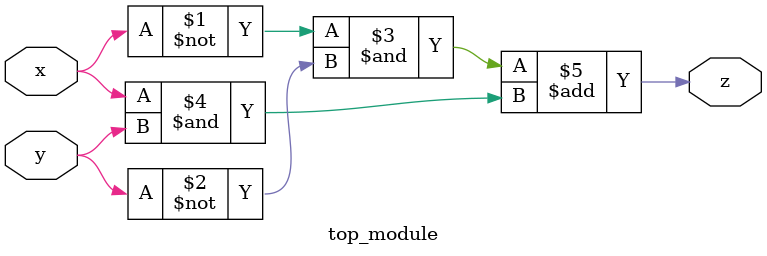
<source format=v>
module top_module ( input x, input y, output z );
    assign z = ((~x)&(~y)) + ((x)&(y));

endmodule

</source>
